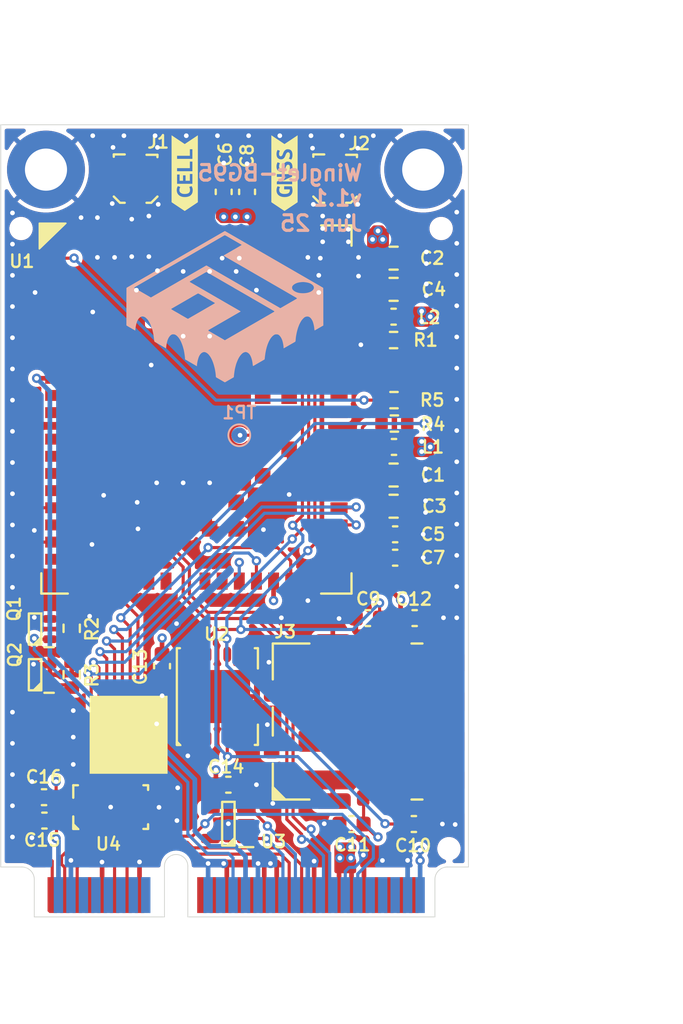
<source format=kicad_pcb>
(kicad_pcb (version 20241229) (generator "pcbnew") (generator_version "9.0")
  (title_block (title "${LAYER_NAME}") (date "2025-06-03") (rev "v1.1") (company "TL Embedded"))
  (layers (0 "F.Cu" signal) (4 "In1.Cu" signal) (6 "In2.Cu" signal) (2 "B.Cu" signal) (13 "F.Paste" user) (15 "B.Paste" user) (5 "F.SilkS" user "F.Silkscreen") (7 "B.SilkS" user "B.Silkscreen") (1 "F.Mask" user) (3 "B.Mask" user) (25 "Edge.Cuts" user))
  (property "LAYER_NAME" "")
  (net 0 "")
  (net 1 "/Modem/VBAT_BB")
  (net 2 "GND")
  (net 3 "/Modem/VBAT_RF")
  (net 4 "+1V8")
  (net 5 "/Memory/USIM_VDD")
  (net 6 "Net-(J1-SIGNAL)")
  (net 7 "Net-(J2-SIGNAL)")
  (net 8 "/Memory/USIM_DATA")
  (net 9 "/Memory/USIM_CLK")
  (net 11 "/Memory/USIM_RST")
  (net 12 "+BATT")
  (net 13 "/Connector/WAKE")
  (net 14 "+VDDIO")
  (net 15 "/Connector/GNSS_RX")
  (net 16 "/Connector/GNSS_TX")
  (net 18 "/Connector/TX")
  (net 19 "/Connector/RX")
  (net 24 "/Connector/RESET")
  (net 26 "/Connector/USB_VBUS")
  (net 29 "/Connector/DTR")
  (net 31 "/Connector/DCD")
  (net 32 "/Connector/USB_DM")
  (net 33 "/Connector/USB_DP")
  (net 34 "/Connector/NETLIGHT")
  (net 42 "/Connector/I2C_SCL")
  (net 43 "/Modem/MODEM_PSM_IND")
  (net 53 "/Modem/MODEM_PWRKEY")
  (net 55 "/Modem/MODEM_RESET")
  (net 59 "/Modem/MODEM_NETLIGHT")
  (net 65 "/Connector/I2C_SDA")
  (net 67 "/Modem/MODEM_DTR")
  (net 68 "/Modem/MODEM_RX")
  (net 69 "/Modem/MODEM_TX")
  (net 72 "/Modem/MODEM_DCD")
  (net 104 "Net-(U1A-USB_BOOT)")
  (net 105 "/Modem/MODEM_GNSS_RX")
  (net 106 "/Modem/MODEM_GNSS_TX")
  (net 112 "Net-(U4-B6)")
  (footprint "R_Resistor:R_0603" (layer "F.Cu") (at 75.2 63.8 180)
    (property "Reference" "R1")
    (property "Value" "10K" (hide yes))
  )
  (footprint "N_NonPart:ToolingHole_1mm" (layer "F.Cu") (at 78.25 56.65)
    (property "Reference" "N2" (hide yes))
    (property "Value" "ToolingHole" (hide yes))
  )
  (footprint "N_NonPart:QR_5mm_JLC" (layer "F.Cu") (at 58.2 89.1)
    (property "Reference" "N1" (hide yes))
    (property "Value" "QR 5mm" (hide yes))
  )
  (footprint "N_NonPart:ToolingHole_1mm" (layer "F.Cu") (at 51.3 56.65)
    (property "Reference" "N4" (hide yes))
    (property "Value" "ToolingHole" (hide yes))
  )
  (footprint "C_Capacitor:C_0603" (layer "F.Cu") (at 73.55 81.62 180)
    (property "Reference" "C9")
    (property "Value" "33p" (hide yes))
  )
  (footprint "L_Inductor:FB_0603" (layer "F.Cu") (at 75.225 70.65)
    (property "Reference" "L1")
    (property "Value" "MH1608-601Y" (hide yes))
  )
  (footprint "U_IC:WQFN20_05_4.5x2.5" (layer "F.Cu") (at 57.05 93.735 90)
    (property "Reference" "U4")
    (property "Value" "FXLA108BQX" (hide yes))
  )
  (footprint "kibuzzard-66AE0588" (layer "F.Cu") (at 61.8 53.1 90)
    (property "Reference" "kibuzzard-66AE0588" (hide yes))
    (property "Value" "G***" (hide yes))
  )
  (footprint "kibuzzard-66AE0582" (layer "F.Cu") (at 68.2 53.1 90)
    (property "Reference" "kibuzzard-66AE0582" (hide yes))
    (property "Value" "G***" (hide yes))
  )
  (footprint "L_Inductor:FB_0603" (layer "F.Cu") (at 75.2 62.3)
    (property "Reference" "L2")
    (property "Value" "MH1608-601Y" (hide yes))
  )
  (footprint "N_NonPart:PCIe-Mini" (layer "F.Cu") (at 65 97.575)
    (property "Reference" "N5" (hide yes))
    (property "Value" "PCIe-Mini" (hide yes))
    (fp_line (start -13.65 0) (end -15 0) (stroke (width 0.05)) (layer "Edge.Cuts"))
    (fp_line (start -12.85 3.2) (end -12.85 0.8) (stroke (width 0.05)) (layer "Edge.Cuts"))
    (fp_line (start -4.5 3.2) (end -12.85 3.2) (stroke (width 0.05)) (layer "Edge.Cuts"))
    (fp_line (start -4.5 3.2) (end -4.5 -0.05) (stroke (width 0.05)) (layer "Edge.Cuts"))
    (fp_line (start -3 3.2) (end -3 -0.05) (stroke (width 0.05)) (layer "Edge.Cuts"))
    (fp_line (start -3 3.2) (end 12.85 3.2) (stroke (width 0.05)) (layer "Edge.Cuts"))
    (fp_line (start 12.85 3.2) (end 12.85 0.8) (stroke (width 0.05)) (layer "Edge.Cuts"))
    (fp_line (start 15 0) (end 13.65 0) (stroke (width 0.05)) (layer "Edge.Cuts"))
    (fp_arc (start -13.65 0) (mid -13.084315 0.234315) (end -12.85 0.8) (stroke (width 0.05)) (layer "Edge.Cuts"))
    (fp_arc (start -4.5 -0.05) (mid -3.75 -0.8) (end -3 -0.05) (stroke (width 0.05)) (layer "Edge.Cuts"))
    (fp_arc (start 12.85 0.8) (mid 13.084315 0.234315) (end 13.65 0) (stroke (width 0.05)) (layer "Edge.Cuts"))
  )
  (footprint "C_Capacitor:C_0805" (layer "F.Cu") (at 75.2 74.45)
    (property "Reference" "C3")
    (property "Value" "47u,6.3V" (hide yes))
  )
  (footprint "C_Capacitor:C_0805" (layer "F.Cu") (at 75.2 72.45)
    (property "Reference" "C1")
    (property "Value" "47u,6.3V" (hide yes))
  )
  (footprint "C_Capacitor:C_0603" (layer "F.Cu") (at 75.3 77.75)
    (property "Reference" "C7")
    (property "Value" "33p" (hide yes))
  )
  (footprint "C_Capacitor:C_0603" (layer "F.Cu") (at 64.6 92.3)
    (property "Reference" "C14")
    (property "Value" "100n" (hide yes))
  )
  (footprint "J_Connector:A-1JB" (layer "F.Cu") (at 71.45 53.3 -90)
    (property "Reference" "J2")
    (property "Value" "2337019-1" (hide yes))
  )
  (footprint "U_Module:BG95" (layer "F.Cu") (at 62.55 68.25)
    (property "Reference" "U1")
    (property "Value" "BG95MxLA" (hide yes))
  )
  (footprint "U_IC:SC70-3" (layer "F.Cu") (at 52.2 85.25 180)
    (property "Reference" "Q2")
    (property "Value" "DMG1012UW-7" (hide yes))
  )
  (footprint "R_Resistor:R_0603" (layer "F.Cu") (at 54.55 85.25 90)
    (property "Reference" "R3")
    (property "Value" "100K" (hide yes))
  )
  (footprint "C_Capacitor:C_0603" (layer "F.Cu") (at 60.345 84.7 -90)
    (property "Reference" "C13")
    (property "Value" "100n" (hide yes))
  )
  (footprint "C_Capacitor:C_0805" (layer "F.Cu") (at 75.2 58.55)
    (property "Reference" "C2")
    (property "Value" "47u,6.3V" (hide yes))
  )
  (footprint "R_Resistor:R_0603" (layer "F.Cu") (at 75.225 67.65)
    (property "Reference" "R5")
    (property "Value" "0R" (hide yes))
  )
  (footprint "C_Capacitor:C_0603" (layer "F.Cu") (at 52.8 94.6 180)
    (property "Reference" "C15")
    (property "Value" "100n" (hide yes))
  )
  (footprint "C_Capacitor:C_0805" (layer "F.Cu") (at 75.2 60.55)
    (property "Reference" "C4")
    (property "Value" "47u,6.3V" (hide yes))
  )
  (footprint "U_IC:DFN8_127_5x6_EP" (layer "F.Cu") (at 63.895 86.65 90)
    (property "Reference" "U2")
    (property "Value" "MFF2-SIM" (hide yes))
  )
  (footprint "M_Mechanical:PTH_M2.5" (layer "F.Cu") (at 52.9 52.875)
    (property "Reference" "M1" (hide yes))
    (property "Value" "PTH_M2.5" (hide yes))
  )
  (footprint "C_Capacitor:C_0603" (layer "F.Cu") (at 52.775 93.1 180)
    (property "Reference" "C16")
    (property "Value" "100n" (hide yes))
  )
  (footprint "U_IC:SC70-3" (layer "F.Cu") (at 52.2 82.325 180)
    (property "Reference" "Q1")
    (property "Value" "DMG1012UW-7" (hide yes))
  )
  (footprint "C_Capacitor:C_0603" (layer "F.Cu") (at 76.55 81.62)
    (property "Reference" "C12")
    (property "Value" "100n" (hide yes))
  )
  (footprint "J_Connector:1042240820" (layer "F.Cu") (at 73.25 88.25 90)
    (property "Reference" "J3")
    (property "Value" "1042240820" (hide yes))
  )
  (footprint "U_IC:SOT23_5" (layer "F.Cu") (at 64.6 94.8 180)
    (property "Reference" "U3")
    (property "Value" "24AA01T-I/OT" (hide yes))
  )
  (footprint "C_Capacitor:C_0603" (layer "F.Cu") (at 65.8 54.3 90)
    (property "Reference" "C8")
    (property "Value" "33p" (hide yes))
  )
  (footprint "C_Capacitor:C_0603" (layer "F.Cu") (at 76.5 94.82)
    (property "Reference" "C10")
    (property "Value" "33p" (hide yes))
  )
  (footprint "C_Capacitor:C_0603" (layer "F.Cu") (at 75.3 76.25)
    (property "Reference" "C5")
    (property "Value" "100n" (hide yes))
  )
  (footprint "C_Capacitor:C_0603" (layer "F.Cu") (at 72.5 94.82 180)
    (property "Reference" "C11")
    (property "Value" "33p" (hide yes))
  )
  (footprint "R_Resistor:R_0603" (layer "F.Cu") (at 75.25 69.15)
    (property "Reference" "R4")
    (property "Value" "0R" (hide yes))
  )
  (footprint "J_Connector:A-1JB" (layer "F.Cu") (at 58.65 53.3 -90)
    (property "Reference" "J1")
    (property "Value" "2337019-1" (hide yes))
  )
  (footprint "M_Mechanical:PTH_M2.5" (layer "F.Cu") (at 77.1 52.875)
    (property "Reference" "M2" (hide yes))
    (property "Value" "PTH_M2.5" (hide yes))
  )
  (footprint "N_NonPart:ToolingHole_1mm" (layer "F.Cu") (at 78.75 96.4)
    (property "Reference" "N3" (hide yes))
    (property "Value" "ToolingHole" (hide yes))
  )
  (footprint "R_Resistor:R_0603" (layer "F.Cu") (at 54.55 82.275 90)
    (property "Reference" "R2")
    (property "Value" "100K" (hide yes))
  )
  (footprint "C_Capacitor:C_0603" (layer "F.Cu") (at 64.3 54.3 90)
    (property "Reference" "C6")
    (property "Value" "100n" (hide yes))
  )
  (footprint "N_NonPart:TL_Embedded_10mm" (layer "B.Cu") (at 64.35 61.65 180)
    (property "Reference" "~" (hide yes))
    (property "Value" "TL_Embedded" (hide yes))
  )
  (footprint "TP_TestPoint:TestPoint_1mm" (layer "B.Cu") (at 65.3 69.9 180)
    (property "Reference" "TP1")
    (property "Value" "~" (hide yes))
  )
  (gr_line (start 80 97.575) (end 80 50) (stroke (width 0.05)) (layer "Edge.Cuts"))
  (gr_line (start 50 97.575) (end 50 50) (stroke (width 0.05)) (layer "Edge.Cuts"))
  (gr_line (start 80 50) (end 50 50) (stroke (width 0.05)) (layer "Edge.Cuts"))
  (gr_text "Winglet-BG95\nv1.1\nJun 25" (at 73.3 56.9 0) (layer "B.SilkS") (effects (font (size 1 1) (thickness 0.2) (bold yes)) (justify left bottom mirror)))
  (segment (start 61.15 94.6) (end 61.3 94.6) (width 0.2) (layer "F.Cu") (net 2))
  (segment (start 61.13 94.58) (end 61.15 94.6) (width 0.2) (layer "F.Cu") (net 2))
  (segment (start 60 60.6) (end 60 62.3) (width 0.3) (layer "F.Cu") (net 2))
  (segment (start 56.5 97.264216) (end 56.492892 97.257108) (width 0.3) (layer "F.Cu") (net 2))
  (segment (start 63.45 95.75) (end 63.65 95.75) (width 0.2) (layer "F.Cu") (net 2))
  (segment (start 59.885 93.485) (end 59.185 93.485) (width 0.2) (layer "F.Cu") (net 2))
  (segment (start 67.7 97.35) (end 67.7 99.5) (width 0.3) (layer "F.Cu") (net 2))
  (segment (start 61.7 60.6) (end 61.7 62.3) (width 0.3) (layer "F.Cu") (net 2))
  (segment (start 67.3 97.35) (end 67.421251 97.471251) (width 0.3) (layer "F.Cu") (net 2))
  (segment (start 56.5 99.375) (end 56.5 97.264216) (width 0.3) (layer "F.Cu") (net 2))
  (segment (start 60 60.6) (end 65.1 60.6) (width 0.3) (layer "F.Cu") (net 2))
  (segment (start 60.15 93.75) (end 59.885 93.485) (width 0.2) (layer "F.Cu") (net 2))
  (segment (start 70.1 97.2) (end 70.1 97.575) (width 0.3) (layer "F.Cu") (net 2))
  (segment (start 63.4 60.6) (end 63.4 62.3) (width 0.3) (layer "F.Cu") (net 2))
  (segment (start 70.9 97.35) (end 70.9 99.375) (width 0.3) (layer "F.Cu") (net 2))
  (segment (start 60 74.2) (end 63.4 74.2) (width 0.3) (layer "F.Cu") (net 2))
  (segment (start 57.3 93.985) (end 57.05 93.735) (width 0.2) (layer "F.Cu") (net 2))
  (segment (start 73.3 97.35) (end 73.3 99.4) (width 0.3) (layer "F.Cu") (net 2))
  (segment (start 61.99 90.44) (end 62 90.45) (width 0.2) (layer "F.Cu") (net 2))
  (segment (start 59.185 93.485) (end 57.3 93.485) (width 0.2) (layer "F.Cu") (net 2))
  (segment (start 56.6 70.8) (end 56.6 72.5) (width 0.3) (layer "F.Cu") (net 2))
  (segment (start 64.5 97.55) (end 64.3 97.35) (width 0.3) (layer "F.Cu") (net 2))
  (segment (start 60 62.3) (end 63.4 62.3) (width 0.3) (layer "F.Cu") (net 2))
  (segment (start 70.8 94.8) (end 70.75 94.8) (width 0.2) (layer "F.Cu") (net 2))
  (segment (start 61.99 89.35) (end 61.99 87.71) (width 0.2) (layer "F.Cu") (net 2))
  (segment (start 60 75.9) (end 65.1 75.9) (width 0.3) (layer "F.Cu") (net 2))
  (segment (start 61.7 74.2) (end 61.7 75.9) (width 0.3) (layer "F.Cu") (net 2))
  (segment (start 58.9 99.45) (end 58.9 97.25) (width 0.3) (layer "F.Cu") (net 2))
  (segment (start 60 75.9) (end 60 74.2) (width 0.3) (layer "F.Cu") (net 2))
  (segment (start 57.3 93.485) (end 57.05 93.735) (width 0.2) (layer "F.Cu") (net 2))
  (segment (start 68.5 70.8) (end 68.5 72.5) (width 0.3) (layer "F.Cu") (net 2))
  (segment (start 64.5 99.4) (end 64.5 97.55) (width 0.3) (layer "F.Cu") (net 2))
  (segment (start 66.9 99.375) (end 66.9 97.35) (width 0.3) (layer "F.Cu") (net 2))
  (segment (start 63.4 74.2) (end 63.4 75.9) (width 0.3) (layer "F.Cu") (net 2))
  (segment (start 70.82 94.82) (end 70.8 94.8) (width 0.2) (layer "F.Cu") (net 2))
  (segment (start 59.185 93.985) (end 57.3 93.985) (width 0.2) (layer "F.Cu") (net 2))
  (segment (start 70.1 99.5) (end 70.1 97.2) (width 0.3) (layer "F.Cu") (net 2))
  (segment (start 60.15 93.75) (end 59.915 93.985) (width 0.2) (layer "F.Cu") (net 2))
  (segment (start 59.915 93.985) (end 59.185 93.985) (width 0.2) (layer "F.Cu") (net 2))
  (via (at 52.15 81.575) (size 0.6) (drill 0.3) (layers "F.Cu" "B.Cu") (net 2))
  (via (at 77.3 58.15) (size 0.6) (drill 0.3) (layers "F.Cu" "B.Cu") (net 2))
  (via (at 77.25 72.05) (size 0.6) (drill 0.3) (layers "F.Cu" "B.Cu") (net 2))
  (via (at 79.25 81.6) (size 0.6) (drill 0.3) (layers "F.Cu" "B.Cu") (net 2))
  (via (at 64.3 52.45) (size 0.6) (drill 0.3) (layers "F.Cu" "B.Cu") (net 2))
  (via (at 77.3 60.2) (size 0.6) (drill 0.3) (layers "F.Cu" "B.Cu") (net 2))
  (via (at 77.1 77.75) (size 0.6) (drill 0.3) (layers "F.Cu" "B.Cu") (net 2))
  (via (at 64.2 58.55) (size 0.6) (drill 0.3) (layers "F.Cu" "B.Cu") (net 2))
  (via (at 54.65 89.25) (size 0.6) (drill 0.3) (layers "F.Cu" "B.Cu") (net 2))
  (via (at 54.65 87.55) (size 0.6) (drill 0.3) (layers "F.Cu" "B.Cu") (net 2))
  (via (at 50.75 61.65) (size 0.6) (drill 0.3) (layers "F.Cu" "B.Cu") (net 2))
  (via (at 79.25 71.6) (size 0.6) (drill 0.3) (layers "F.Cu" "B.Cu") (net 2))
  (via (at 50.75 69.65) (size 0.6) (drill 0.3) (layers "F.Cu" "B.Cu") (net 2))
  (via (at 60.05 51.45) (size 0.6) (drill 0.3) (layers "F.Cu" "B.Cu") (net 2))
  (via (at 62 90.45) (size 0.6) (drill 0.3) (layers "F.Cu" "B.Cu") (net 2))
  (via (at 70.4 59.65) (size 0.6) (drill 0.3) (layers "F.Cu" "B.Cu") (net 2))
  (via (at 73.258578 96.808578) (size 0.6) (drill 0.3) (layers "F.Cu" "B.Cu") (net 2))
  (via (at 70.65 57.5) (size 0.6) (drill 0.3) (layers "F.Cu" "B.Cu") (net 2))
  (via (at 79.25 55.6) (size 0.6) (drill 0.3) (layers "F.Cu" "B.Cu") (net 2))
  (via (at 76.1 97.15) (size 0.6) (drill 0.3) (layers "F.Cu" "B.Cu") (net 2))
  (via (at 59.65 65.4) (size 0.6) (drill 0.3) (layers "F.Cu" "B.Cu") (net 2))
  (via (at 63.4 63.55) (size 0.6) (drill 0.3) (layers "F.Cu" "B.Cu") (net 2))
  (via (at 63.3 97.35) (size 0.6) (drill 0.3) (layers "F.Cu" "B.Cu") (net 2))
  (via (at 55.15 55.95) (size 0.6) (drill 0.3) (layers "F.Cu" "B.Cu") (net 2))
  (via (at 50.75 63.65) (size 0.6) (drill 0.3) (layers "F.Cu" "B.Cu") (net 2))
  (via (at 59.9 50.7) (size 0.6) (drill 0.3) (layers "F.Cu" "B.Cu") (net 2))
  (via (at 50.75 89.65) (size 0.6) (drill 0.3) (layers "F.Cu" "B.Cu") (net 2))
  (via (at 68 81.6) (size 0.6) (drill 0.3) (layers "F.Cu" "B.Cu") (net 2))
  (via (at 64.6 94.8) (size 0.6) (drill 0.3) (layers "F.Cu" "B.Cu") (net 2))
  (via (at 50.75 57.65) (size 0.6) (drill 0.3) (layers "F.Cu" "B.Cu") (net 2))
  (via (at 59.5 58.45) (size 0.6) (drill 0.3) (layers "F.Cu" "B.Cu") (net 2))
  (via (at 55.9 62) (size 0.6) (drill 0.3) (layers "F.Cu" "B.Cu") (net 2))
  (via (at 55.7 81.5) (size 0.6) (drill 0.3) (layers "F.Cu" "B.Cu") (net 2))
  (via (at 79.25 75.6) (size 0.6) (drill 0.3) (layers "F.Cu" "B.Cu") (net 2))
  (via (at 66.4 92.3) (size 0.6) (drill 0.3) (layers "F.Cu" "B.Cu") (net 2))
  (via (at 54.5 97.15) (size 0.6) (drill 0.3) (layers "F.Cu" "B.Cu") (net 2))
  (via (at 70.4 60.75) (size 0.6) (drill 0.3) (layers "F.Cu" "B.Cu") (net 2))
  (via (at 77.25 74.1) (size 0.6) (drill 0.3) (layers "F.Cu" "B.Cu") (net 2))
  (via (at 79.25 77.6) (size 0.6) (drill 0.3) (layers "F.Cu" "B.Cu") (net 2))
  (via (at 74.482872 97.158028) (size 0.6) (drill 0.3) (layers "F.Cu" "B.Cu") (net 2))
  (via (at 58.8 75.9) (size 0.6) (drill 0.3) (layers "F.Cu" "B.Cu") (net 2))
  (via (at 60 88.4) (size 0.6) (drill 0.3) (layers "F.Cu" "B.Cu") (net 2))
  (via (at 77.3 60.95) (size 0.6) (drill 0.3) (layers "F.Cu" "B.Cu") (net 2))
  (via (at 57.3 58.5) (size 0.6) (drill 0.3) (layers "F.Cu" "B.Cu") (net 2))
  (via (at 52 92.1) (size 0.6) (drill 0.3) (layers "F.Cu" "B.Cu") (net 2))
  (via (at 72.95 59.7) (size 0.6) (drill 0.3) (layers "F.Cu" "B.Cu") (net 2))
  (via (at 77.3 58.9) (size 0.6) (drill 0.3) (layers "F.Cu" "B.Cu") (net 2))
  (via (at 50.75 95.65) (size 0.6) (drill 0.3) (layers "F.Cu" "B.Cu") (net 2))
  (via (at 67.45 93.5) (size 0.6) (drill 0.3) (layers "F.Cu" "B.Cu") (net 2))
  (via (at 61.7 63.55) (size 0.6) (drill 0.3) (layers "F.Cu" "B.Cu") (net 2))
  (via (at 66.4 60.6) (size 0.6) (drill 0.3) (layers "F.Cu" "B.Cu") (net 2))
  (via (at 61.9 50.7) (size 0.6) (drill 0.3) (layers "F.Cu" "B.Cu") (net 2))
  (via (at 67.1 88.45) (size 0.6) (drill 0.3) (layers "F.Cu" "B.Cu") (net 2))
  (via (at 56.6 73.75) (size 0.6) (drill 0.3) (layers "F.Cu" "B.Cu") (net 2))
  (via (at 63.4 72.95) (size 0.6) (drill 0.3) (layers "F.Cu" "B.Cu") (net 2))
  (via (at 79.25 73.6) (size 0.6) (drill 0.3) (layers "F.Cu" "B.Cu") (net 2))
  (via (at 79.25 63.6) (size 0.6) (drill 0.3) (layers "F.Cu" "B.Cu") (net 2))
  (via (at 61.7 59.4) (size 0.6) (drill 0.3) (layers "F.Cu" "B.Cu") (net 2))
  (via (at 58.4 58.45) (size 0.6) (drill 0.3) (layers "F.Cu" "B.Cu") (net 2))
  (via (at 57.05 93.735) (size 0.6) (drill 0.3) (layers "F.Cu" "B.Cu") (net 2))
  (via (at 60.1 55.1) (size 0.6) (drill 0.3) (layers "F.Cu" "B.Cu") (net 2))
  (via (at 50.75 73.65) (size 0.6) (drill 0.3) (layers "F.Cu" "B.Cu") (net 2))
  (via (at 70 51.5) (size 0.6) (drill 0.3) (layers "F.Cu" "B.Cu") (net 2))
  (via (at 50.75 71.65) (size 0.6) (drill 0.3) (layers "F.Cu" "B.Cu") (net 2))
  (via (at 52 95.7) (size 0.6) (drill 0.3) (layers "F.Cu" "B.Cu") (net 2))
  (via (at 77.25 72.8) (size 0.6) (drill 0.3) (layers "F.Cu" "B.Cu") (net 2))
  (via (at 50.75 79.65) (size 0.6) (drill 0.3) (layers "F.Cu" "B.Cu") (net 2))
  (via (at 79.25 79.6) (size 0.6) (drill 0.3) (layers "F.Cu" "B.Cu") (net 2))
  (via (at 55.85 76.9) (size 0.6) (drill 0.3) (layers "F.Cu" "B.Cu") (net 2))
  (via (at 61.7 72.95) (size 0.6) (drill 0.3) (layers "F.Cu" "B.Cu") (net 2))
  (via (at 71.7 81.65) (size 0.6) (drill 0.3) (layers "F.Cu" "B.Cu") (net 2))
  (via (at 58.75 74.2) (size 0.6) (drill 0.3) (layers "F.Cu" "B.Cu") (net 2))
  (via (at 58.4 56.05) (size 0.6) (drill 0.3) (layers "F.Cu" "B.Cu") (net 2))
  (via (at 63.4 59.4) (size 0.6) (drill 0.3) (layers "F.Cu" "B.Cu") (net 2))
  (via (at 60.05 59.35) (size 0.6) (drill 0.3) (layers "F.Cu" "B.Cu") (net 2))
  (via (at 54.65 91) (size 0.6) (drill 0.3) (layers "F.Cu" "B.Cu") (net 2))
  (via (at 79.25 59.6) (size 0.6) (drill 0.3) (layers "F.Cu" "B.Cu") (net 2))
  (via (at 72.9 51.5) (size 0.6) (drill 0.3) (layers "F.Cu" "B.Cu") (net 2))
  (via (at 50.75 75.65) (size 0.6) (drill 0.3) (layers "F.Cu" "B.Cu") (net 2))
  (via (at 79.15 94.85) (size 0.6) (drill 0.3) (layers "F.Cu" "B.Cu") (net 2))
  (via (at 66.508334 97.35) (size 0.6) (drill 0.3) (layers "F.Cu" "B.Cu") (net 2))
  (via (at 77.25 74.85) (size 0.6) (drill 0.3) (layers "F.Cu" "B.Cu") (net 2))
  (via (at 56.2 55.95) (size 0.6) (drill 0.3) (layers "F.Cu" "B.Cu") (net 2))
  (via (at 79.25 61.6) (size 0.6) (drill 0.3) (layers "F.Cu" "B.Cu") (net 2))
  (via (at 50.75 67.65) (size 0.6) (drill 0.3) (layers "F.Cu" "B.Cu") (net 2))
  (via (at 79.25 69.6) (size 0.6) (drill 0.3) (layers "F.Cu" "B.Cu") (net 2))
  (via (at 70.5 58.55) (size 0.6) (drill 0.3) (layers "F.Cu" "B.Cu") (net 2))
  (via (at 69.9 50.7) (size 0.6) (drill 0.3) (layers "F.Cu" "B.Cu") (net 2))
  (via (at 57.15 55.05) (size 0.6) (drill 0.3) (layers "F.Cu" "B.Cu") (net 2))
  (via (at 50.75 65.65) (size 0.6) (drill 0.3) (layers "F.Cu" "B.Cu") (net 2))
  (via (at 50.75 87.65) (size 0.6) (drill 0.3) (layers "F.Cu" "B.Cu") (net 2))
  (via (at 61.275353 81.975354) (size 0.6) (drill 0.3) (layers "F.Cu" "B.Cu") (net 2))
  (via (at 73.9 50.7) (size 0.6) (drill 0.3) (layers "F.Cu" "B.Cu") (net 2))
  (via (at 65.8 52.5) (size 0.6) (drill 0.3) (layers "F.Cu" "B.Cu") (net 2))
  (via (at 78.4 81.6) (size 0.6) (drill 0.3) (layers "F.Cu" "B.Cu") (net 2))
  (via (at 61.35 92.5) (size 0.6) (drill 0.3) (layers "F.Cu" "B.Cu") (net 2))
  (via (at 78.33 94.82) (size 0.6) (drill 0.3) (layers "F.Cu" "B.Cu") (net 2))
  (via (at 65.1 59.4) (size 0.6) (drill 0.3) (layers "F.Cu" "B.Cu") (net 2))
  (via (at 61.3 94.6) (size 0.6) (drill 0.3) (layers "F.Cu" "B.Cu") (net 2))
  (via (at 79.25 67.6) (size 0.6) (drill 0.3) (layers "F.Cu" "B.Cu") (net 2))
  (via (at 56.492892 97.257108) (size 0.6) (drill 0.3) (layers "F.Cu" "B.Cu") (net 2))
  (via (at 58.7 60.6) (size 0.6) (drill 0.3) (layers "F.Cu" "B.Cu") (net 2))
  (via (at 79.25 57.6) (size 0.6) (drill 0.3) (layers "F.Cu" "B.Cu") (net 2))
  (via (at 70.1 97.2) (size 0.6) (drill 0.3) (layers "F.Cu" "B.Cu") (net 2))
  (via (at 67.3 97.35) (size 0.6) (drill 0.3) (layers "F.Cu" "B.Cu") (net 2))
  (via (at 59.5 55.85) (size 0.6) (drill 0.3) (layers "F.Cu" "B.Cu") (net 2))
  (via (at 79.25 65.6) (size 0.6) (drill 0.3) (layers "F.Cu" "B.Cu") (net 2))
  (via (at 72.3 55.85) (size 0.6) (drill 0.3) (layers "F.Cu" "B.Cu") (net 2))
  (via (at 72.9 55.1) (size 0.6) (drill 0.3) (layers "F.Cu" "B.Cu") (net 2))
  (via (at 55.9 50.7) (size 0.6) (drill 0.3) (layers "F.Cu" "B.Cu") (net 2))
  (via (at 63.9 50.7) (size 0.6) (drill 0.3) (layers "F.Cu" "B.Cu") (net 2))
  (via (at 65.3 58.55) (size 0.6) (drill 0.3) (layers "F.Cu" "B.Cu") (net 2))
  (via (at 56.2 58.5) (size 0.6) (drill 0.3) (layers "F.Cu" "B.Cu") (net 2))
  (via (at 72.3 56.7) (size 0.6) (drill 0.3) (layers "F.Cu" "B.Cu") (net 2))
  (via (at 70.75 94.8) (size 0.6) (drill 0.3) (layers "F.Cu" "B.Cu") (net 2))
  (via (at 68.5 73.7) (size 0.6) (drill 0.3) (layers "F.Cu" "B.Cu") (net 2))
  (via (at 64.3 97.35) (size 0.6) (drill 0.3) (layers "F.Cu" "B.Cu") (net 2))
  (via (at 70.65 56.65) (size 0.6) (drill 0.3) (layers "F.Cu" "B.Cu") (net 2))
  (via (at 69.7 80.5) (size 0.6) (drill 0.3) (layers "F.Cu" "B.Cu") (net 2))
  (via (at 52.2 60.75) (size 0.6) (drill 0.3) (layers "F.Cu" "B.Cu") (net 2))
  (via (at 60 72.95) (size 0.6) (drill 0.3) (layers "F.Cu" "B.Cu") (net 2))
  (via (at 50.75 59.65) (size 0.6) (drill 0.3) (layers "F.Cu" "B.Cu") (net 2))
  (via (at 50.75 77.65) (size 0.6) (drill 0.3) (layers "F.Cu" "B.Cu") (net 2))
  (via (at 57.9 50.7) (size 0.6) (drill 0.3) (layers "F.Cu" "B.Cu") (net 2))
  (via (at 66.85 75.95) (size 0.6) (drill 0.3) (layers "F.Cu" "B.Cu") (net 2))
  (via (at 50.75 55.65) (size 0.6) (drill 0.3) (layers "F.Cu" "B.Cu") (net 2))
  (via (at 67.9 50.7) (size 0.6) (drill 0.3) (layers "F.Cu" "B.Cu") (net 2))
  (via (at 52.1 84.575) (size 0.6) (drill 0.3) (layers "F.Cu" "B.Cu") (net 2))
  (via (at 60.15 93.75) (size 0.6) (drill 0.3) (layers "F.Cu" "B.Cu") (net 2))
  (via (at 73.1 64.1) (size 0.6) (drill 0.3) (layers "F.Cu" "B.Cu") (net 2))
  (via (at 72.3 57.5) (size 0.6) (drill 0.3) (layers "F.Cu" "B.Cu") (net 2))
  (via (at 50.75 91.65) (size 0.6) (drill 0.3) (layers "F.Cu" "B.Cu") (net 2))
  (via (at 69.7 58.5) (size 0.6) (drill 0.3) (layers "F.Cu" "B.Cu") (net 2))
  (via (at 58.9 97.25) (size 0.6) (drill 0.3) (layers "F.Cu" "B.Cu") (net 2))
  (via (at 57.2 51.45) (size 0.6) (drill 0.3) (layers "F.Cu" "B.Cu") (net 2))
  (via (at 50.75 93.65) (size 0.6) (drill 0.3) (layers "F.Cu" "B.Cu") (net 2))
  (via (at 65.9 50.7) (size 0.6) (drill 0.3) (layers "F.Cu" "B.Cu") (net 2))
  (via (at 60.35 86.6) (size 0.6) (drill 0.3) (layers "F.Cu" "B.Cu") (net 2))
  (via (at 70.05 55.1) (size 0.6) (drill 0.3) (layers "F.Cu" "B.Cu") (net 2))
  (via (at 52.15 76) (size 0.6) (drill 0.3) (layers "F.Cu" "B.Cu") (net 2))
  (via (at 70.65 55.85) (size 0.6) (drill 0.3) (layers "F.Cu" "B.Cu") (net 2))
  (via (at 77.1 76.25) (size 0.6) (drill 0.3) (layers "F.Cu" "B.Cu") (net 2))
  (via (at 67.2 84.45) (size 0.6) (drill 0.3) (layers "F.Cu" "B.Cu") (net 2))
  (via (at 71.9 50.7) (size 0.6) (drill 0.3) (layers "F.Cu" "B.Cu") (net 2))
  (via (at 72.95 58.5) (size 0.6) (drill 0.3) (layers "F.Cu" "B.Cu") (net 2))
  (segment (start 72.349 97.601) (end 72.1 97.85) (width 0.2) (layer "B.Cu") (net 2))
  (segment (start 69.7 97.4) (end 69.7 99.375) (width 0.3) (layer "B.Cu") (net 2))
  (segment (start 63.3 97.35) (end 63.3 99.4) (width 0.3) (layer "B.Cu") (net 2))
  (segment (start 73.258578 96.808578) (end 73.141422 96.808578) (width 0.2) (layer "B.Cu") (net 2))
  (segment (start 66.5 97.358334) (end 66.508334 97.35) (width 0.3) (layer "B.Cu") (net 2))
  (segment (start 73.258578 97.041365) (end 72.698943 97.601) (width 0.2) (layer "B.Cu") (net 2))
  (segment (start 72.698943 97.601) (end 72.349 97.601) (width 0.2) (layer "B.Cu") (net 2))
  (segment (start 73.141422 96.808578) (end 73.258578 96.925734) (width 0.2) (layer "B.Cu") (net 2))
  (segment (start 72.1 97.85) (end 72.1 99.375) (width 0.2) (layer "B.Cu") (net 2))
  (segment (start 76.1 99.45) (end 76.1 97.15) (width 0.3) (layer "B.Cu") (net 2))
  (segment (start 54.5 97.15) (end 54.5 99.5) (width 0.3) (layer "B.Cu") (net 2))
  (segment (start 73.258578 96.925734) (end 73.258578 97.041365) (width 0.2) (layer "B.Cu") (net 2))
  (segment (start 66.5 99.4875) (end 66.5 97.358334) (width 0.3) (layer "B.Cu") (net 2))
  (via (at 74.2 56.8) (size 0.6) (drill 0.3) (layers "F.Cu" "B.Cu") (net 3))
  (via (at 74.5 57.35) (size 0.6) (drill 0.3) (layers "F.Cu" "B.Cu") (net 3))
  (via (at 73.85 57.35) (size 0.6) (drill 0.3) (layers "F.Cu" "B.Cu") (net 3))
  (via (at 64.3 55.9) (size 0.6) (drill 0.3) (layers "F.Cu" "B.Cu") (net 3))
  (via (at 65.8 55.9) (size 0.6) (drill 0.3) (layers "F.Cu" "B.Cu") (net 3))
  (via (at 65.05 55.9) (size 0.6) (drill 0.3) (layers "F.Cu" "B.Cu") (net 3))
  (segment (start 53.55 93.1) (end 53.55 92.1) (width 0.2) (layer "F.Cu") (net 4))
  (segment (start 67.5 79.25) (end 67.5 80.5) (width 0.3) (layer "F.Cu") (net 4))
  (segment (start 54.915 93.485) (end 53.935 93.485) (width 0.2) (layer "F.Cu") (net 4))
  (segment (start 53.935 93.485) (end 53.55 93.1) (width 0.2) (layer "F.Cu") (net 4))
  (via (at 53.55 92.1) (size 0.6) (drill 0.3) (layers "F.Cu" "B.Cu") (net 4))
  (via (at 67.5 80.5) (size 0.6) (drill 0.3) (layers "F.Cu" "B.Cu") (net 4))
  (segment (start 70.6 65.5) (end 70.95 65.15) (width 0.3) (layer "F.Cu") (net 5))
  (segment (start 75.65 83.35) (end 75.65 80.45) (width 0.3) (layer "F.Cu") (net 5))
  (segment (start 71.55 79.4) (end 70.6 78.45) (width 0.3) (layer "F.Cu") (net 5))
  (segment (start 60.37 83.95) (end 60.345 83.925) (width 0.2) (layer "F.Cu") (net 5))
  (segment (start 60.345 82.905) (end 60.35 82.9) (width 0.2) (layer "F.Cu") (net 5))
  (segment (start 60.345 83.925) (end 60.345 82.905) (width 0.3) (layer "F.Cu") (net 5))
  (segment (start 74.6 79.4) (end 71.55 79.4) (width 0.3) (layer "F.Cu") (net 5))
  (segment (start 75.65 80.45) (end 74.6 79.4) (width 0.3) (layer "F.Cu") (net 5))
  (segment (start 61.99 83.95) (end 60.37 83.95) (width 0.2) (layer "F.Cu") (net 5))
  (segment (start 76.025 63.8) (end 74.675 65.15) (width 0.2) (layer "F.Cu") (net 5))
  (segment (start 70.95 65.15) (end 71.7 65.15) (width 0.3) (layer "F.Cu") (net 5))
  (segment (start 74.675 65.15) (end 71.7 65.15) (width 0.2) (layer "F.Cu") (net 5))
  (segment (start 70.6 78.45) (end 70.6 65.5) (width 0.3) (layer "F.Cu") (net 5))
  (via (at 75.65 80.45) (size 0.6) (drill 0.3) (layers "F.Cu" "B.Cu") (net 5))
  (via (at 60.35 82.9) (size 0.6) (drill 0.3) (layers "F.Cu" "B.Cu") (net 5))
  (segment (start 57.3 57.25) (end 57.3 56.1) (width 0.35) (layer "F.Cu") (net 6))
  (segment (start 57.3 56.1) (end 58.6 54.8) (width 0.35) (layer "F.Cu") (net 6))
  (segment (start 71.45 54.8) (end 71.45 58.55) (width 0.35) (layer "F.Cu") (net 7))
  (segment (start 73.275 93.175) (end 73.25 93.15) (width 0.2) (layer "F.Cu") (net 8))
  (segment (start 64.55 90.5) (end 64.53 90.48) (width 0.2) (layer "F.Cu") (net 8))
  (segment (start 74.2 95.65) (end 74.105 95.65) (width 0.2) (layer "F.Cu") (net 8))
  (segment (start 73.525 62.95) (end 74.375 63.8) (width 0.2) (layer "F.Cu") (net 8))
  (segment (start 68.7 76.55) (end 69.75 75.5) (width 0.2) (layer "F.Cu") (net 8))
  (segment (start 69.75 75.5) (end 69.75 63.9) (width 0.2) (layer "F.Cu") (net 8))
  (segment (start 73.275 94.82) (end 73.275 93.175) (width 0.2) (layer "F.Cu") (net 8))
  (segment (start 70.7 62.95) (end 71.7 62.95) (width 0.2) (layer "F.Cu") (net 8))
  (segment (start 74.105 95.65) (end 73.275 94.82) (width 0.2) (layer "F.Cu") (net 8))
  (segment (start 64.53 90.48) (end 64.53 89.35) (width 0.2) (layer "F.Cu") (net 8))
  (segment (start 71.7 62.95) (end 73.525 62.95) (width 0.2) (layer "F.Cu") (net 8))
  (segment (start 69.75 63.9) (end 70.7 62.95) (width 0.2) (layer "F.Cu") (net 8))
  (via (at 74.2 95.65) (size 0.6) (drill 0.3) (layers "F.Cu" "B.Cu") (net 8))
  (via (at 64.55 90.5) (size 0.6) (drill 0.3) (layers "F.Cu" "B.Cu") (net 8))
  (via (at 68.7 76.55) (size 0.6) (drill 0.3) (layers "F.Cu" "B.Cu") (net 8))
  (segment (start 63.8 81.45) (end 63.8 89.75) (width 0.2) (layer "B.Cu") (net 8))
  (segment (start 74.2 95.65) (end 69.05 90.5) (width 0.2) (layer "B.Cu") (net 8))
  (segment (start 68.7 76.55) (end 63.8 81.45) (width 0.2) (layer "B.Cu") (net 8))
  (segment (start 63.8 89.75) (end 64.55 90.5) (width 0.2) (layer "B.Cu") (net 8))
  (segment (start 69.05 90.5) (end 64.55 90.5) (width 0.2) (layer "B.Cu") (net 8))
  (segment (start 69.35 63.1) (end 70.6 61.85) (width 0.2) (layer "F.Cu") (net 9))
  (segment (start 64.5 82.95) (end 64.5 83.92) (width 0.2) (layer "F.Cu") (net 9))
  (segment (start 74.67 94.82) (end 75.725 94.82) (width 0.2) (layer "F.Cu") (net 9))
  (segment (start 68.726089 75.676089) (end 69.35 75.052178) (width 0.2) (layer "F.Cu") (net 9))
  (segment (start 74.65 94.8) (end 74.67 94.82) (width 0.2) (layer "F.Cu") (net 9))
  (segment (start 75.65 94.745) (end 75.725 94.82) (width 0.2) (layer "F.Cu") (net 9))
  (segment (start 75.65 93.15) (end 75.65 94.745) (width 0.2) (layer "F.Cu") (net 9))
  (segment (start 70.6 61.85) (end 71.7 61.85) (width 0.2) (layer "F.Cu") (net 9))
  (segment (start 69.35 75.052178) (end 69.35 63.1) (width 0.2) (layer "F.Cu") (net 9))
  (via (at 68.726089 75.676089) (size 0.6) (drill 0.3) (layers "F.Cu" "B.Cu") (net 9))
  (via (at 64.5 82.95) (size 0.6) (drill 0.3) (layers "F.Cu" "B.Cu") (net 9))
  (via (at 74.65 94.8) (size 0.6) (drill 0.3) (layers "F.Cu" "B.Cu") (net 9))
  (segment (start 74.65 94.8) (end 64.5 84.65) (width 0.2) (layer "B.Cu") (net 9))
  (segment (start 64.5 81.598529) (end 69.376089 76.72244) (width 0.2) (layer "B.Cu") (net 9))
  (segment (start 69.376089 76.326089) (end 68.726089 75.676089) (width 0.2) (layer "B.Cu") (net 9))
  (segment (start 69.376089 76.72244) (end 69.376089 76.326089) (width 0.2) (layer "B.Cu") (net 9))
  (segment (start 64.5 84.65) (end 64.5 82.95) (width 0.2) (layer "B.Cu") (net 9))
  (segment (start 64.5 82.95) (end 64.5 81.598529) (width 0.2) (layer "B.Cu") (net 9))
  (segment (start 74.3 80.65) (end 74.3 81.595) (width 0.2) (layer "F.Cu") (net 11))
  (segment (start 70.15 76.85) (end 69.7 77.3) (width 0.2) (layer "F.Cu") (net 11))
  (segment (start 71.7 64.05) (end 70.85 64.05) (width 0.2) (layer "F.Cu") (net 11))
  (segment (start 70.85 64.05) (end 70.15 64.75) (width 0.2) (layer "F.Cu") (net 11))
  (segment (start 74.3 83.2) (end 74.45 83.35) (width 0.2) (layer "F.Cu") (net 11))
  (segment (start 63.25 83.94) (end 63.26 83.95) (width 0.2) (layer "F.Cu") (net 11))
  (segment (start 63.85 82.35) (end 65.4 82.35) (width 0.2) (layer "F.Cu") (net 11))
  (segment (start 74.3 81.595) (end 74.325 81.62) (width 0.2) (layer "F.Cu") (net 11))
  (segment (start 70.15 64.75) (end 70.15 76.85) (width 0.2) (layer "F.Cu") (net 11))
  (segment (start 63.25 82.95) (end 63.25 83.94) (width 0.2) (layer "F.Cu") (net 11))
  (segment (start 74.325 81.62) (end 74.325 83.225) (width 0.2) (layer "F.Cu") (net 11))
  (segment (start 63.25 82.95) (end 63.85 82.35) (width 0.2) (layer "F.Cu") (net 11))
  (segment (start 74.325 83.225) (end 74.45 83.35) (width 0.2) (layer "F.Cu") (net 11))
  (via (at 69.7 77.3) (size 0.6) (drill 0.3) (layers "F.Cu" "B.Cu") (net 11))
  (via (at 65.4 82.35) (size 0.6) (drill 0.3) (layers "F.Cu" "B.Cu") (net 11))
  (via (at 74.3 80.65) (size 0.6) (drill 0.3) (layers "F.Cu" "B.Cu") (net 11))
  (segment (start 69.7 77.3) (end 65.4 81.6) (width 0.2) (layer "B.Cu") (net 11))
  (segment (start 65.4 81.6) (end 65.4 82.35) (width 0.2) (layer "B.Cu") (net 11))
  (segment (start 72.6 82.35) (end 65.4 82.35) (width 0.2) (layer "B.Cu") (net 11))
  (segment (start 74.3 80.65) (end 72.6 82.35) (width 0.2) (layer "B.Cu") (net 11))
  (via (at 77 61.95) (size 0.6) (drill 0.3) (layers "F.Cu" "B.Cu") (net 12))
  (via (at 71.75 96.3) (size 0.6) (drill 0.3) (layers "F.Cu" "B.Cu") (net 12))
  (via (at 77 70.95) (size 0.6) (drill 0.3) (layers "F.Cu" "B.Cu") (net 12))
  (via (at 77 70.3) (size 0.6) (drill 0.3) (layers "F.Cu" "B.Cu") (net 12))
  (via (at 71.75 97) (size 0.6) (drill 0.3) (layers "F.Cu" "B.Cu") (net 12))
  (via (at 72.45 96.3) (size 0.6) (drill 0.3) (layers "F.Cu" "B.Cu") (net 12))
  (via (at 76.9 96.5) (size 0.6) (drill 0.3) (layers "F.Cu" "B.Cu") (net 12))
  (via (at 76.9 97.1625) (size 0.6) (drill 0.3) (layers "F.Cu" "B.Cu") (net 12))
  (via (at 77.55 62.3) (size 0.6) (drill 0.3) (layers "F.Cu" "B.Cu") (net 12))
  (via (at 72.45 97) (size 0.6) (drill 0.3) (layers "F.Cu" "B.Cu") (net 12))
  (via (at 77.55 70.65) (size 0.6) (drill 0.3) (layers "F.Cu" "B.Cu") (net 12))
  (via (at 77 62.6) (size 0.6) (drill 0.3) (layers "F.Cu" "B.Cu") (net 12))
  (segment (start 76.9 97.5625) (end 76.9 96.9) (width 0.3) (layer "B.Cu") (net 12))
  (segment (start 76.9 99.4375) (end 76.9 97.5625) (width 0.3) (layer "B.Cu") (net 12))
  (segment (start 52.8 96.7) (end 52.8 90.4) (width 0.2) (layer "F.Cu") (net 13))
  (segment (start 53.3 99.375) (end 53.3 97.2) (width 0.2) (layer "F.Cu") (net 13))
  (segment (start 53.15 90.05) (end 53.15 85.9) (width 0.2) (layer "F.Cu") (net 13))
  (segment (start 53.15 85.9) (end 54.375 85.9) (width 0.2) (layer "F.Cu") (net 13))
  (segment (start 52.8 90.4) (end 53.15 90.05) (width 0.2) (layer "F.Cu") (net 13))
  (segment (start 53.3 97.2) (end 52.8 96.7) (width 0.2) (layer "F.Cu") (net 13))
  (segment (start 54.375 85.9) (end 54.55 86.075) (width 0.2) (layer "F.Cu") (net 13))
  (segment (start 53.575 95.525) (end 53.575 94.6) (width 0.2) (layer "F.Cu") (net 14))
  (segment (start 54.19 93.985) (end 53.575 94.6) (width 0.2) (layer "F.Cu") (net 14))
  (segment (start 63.8 93.85) (end 63.8 92.325) (width 0.2) (layer "F.Cu") (net 14))
  (segment (start 53.55 95.55) (end 53.575 95.525) (width 0.2) (layer "F.Cu") (net 14))
  (segment (start 63.8 91.35) (end 63.8 92.275) (width 0.3) (layer "F.Cu") (net 14))
  (segment (start 54.915 93.985) (end 54.19 93.985) (width 0.2) (layer "F.Cu") (net 14))
  (segment (start 63.8 92.275) (end 63.825 92.3) (width 0.3) (layer "F.Cu") (net 14))
  (segment (start 53.55 95.75) (end 53.55 95.55) (width 0.2) (layer "F.Cu") (net 14))
  (via (at 53.55 95.75) (size 0.6) (drill 0.3) (layers "F.Cu" "B.Cu") (net 14))
  (via (at 63.8 91.35) (size 0.6) (drill 0.3) (layers "F.Cu" "B.Cu") (net 14))
  (segment (start 53.55 95.75) (end 53.7 95.9) (width 0.3) (layer "B.Cu") (net 14))
  (segment (start 53.7 95.9) (end 53.7 99.375) (width 0.3) (layer "B.Cu") (net 14))
  (segment (start 53.899 97.398943) (end 53.899 96.901057) (width 0.2) (layer "F.Cu") (net 15))
  (segment (start 54.1 97.599943) (end 53.899 97.398943) (width 0.2) (layer "F.Cu") (net 15))
  (segment (start 53.899 96.901057) (end 54.251057 96.549) (width 0.2) (layer "F.Cu") (net 15))
  (segment (start 54.251057 96.549) (end 55.151 96.549) (width 0.2) (layer "F.Cu") (net 15))
  (segment (start 55.8 95.9) (end 55.8 94.87) (width 0.2) (layer "F.Cu") (net 15))
  (segment (start 54.1 99.375) (end 54.1 97.599943) (width 0.2) (layer "F.Cu") (net 15))
  (segment (start 55.151 96.549) (end 55.8 95.9) (width 0.2) (layer "F.Cu") (net 15))
  (segment (start 56.3 94.87) (end 56.3 96.2) (width 0.2) (layer "F.Cu") (net 16))
  (segment (start 54.9 97.6) (end 54.9 99.375) (width 0.2) (layer "F.Cu") (net 16))
  (segment (start 56.3 96.2) (end 54.9 97.6) (width 0.2) (layer "F.Cu") (net 16))
  (segment (start 58.1 97.05) (end 57.3 96.25) (width 0.2) (layer "F.Cu") (net 18))
  (segment (start 57.3 96.25) (end 57.3 94.87) (width 0.2) (layer "F.Cu") (net 18))
  (segment (start 58.1 99.375) (end 58.1 97.05) (width 0.2) (layer "F.Cu") (net 18))
  (segment (start 57.3 99.375) (end 57.3 96.8171) (width 0.2) (layer "F.Cu") (net 19))
  (segment (start 57.3 96.8171) (end 56.8 96.3171) (width 0.2) (layer "F.Cu") (net 19))
  (segment (start 56.8 96.3171) (end 56.8 94.87) (width 0.2) (layer "F.Cu") (net 19))
  (segment (start 53.15 82.975) (end 52.2 82.975) (width 0.2) (layer "F.Cu") (net 24))
  (segment (start 53.15 82.975) (end 54.425 82.975) (width 0.2) (layer "F.Cu") (net 24))
  (segment (start 52.2 82.975) (end 52.15 82.925) (width 0.2) (layer "F.Cu") (net 24))
  (segment (start 54.425 82.975) (end 54.55 83.1) (width 0.2) (layer "F.Cu") (net 24))
  (via (at 52.15 82.925) (size 0.6) (drill 0.3) (layers "F.Cu" "B.Cu") (net 24))
  (segment (start 64.9 99.375) (end 64.9 97) (width 0.2) (layer "B.Cu") (net 24))
  (segment (start 62 92.15) (end 60 90.15) (width 0.2) (layer "B.Cu") (net 24))
  (segment (start 58.650001 90.15) (end 52.15 83.65) (width 0.2) (layer "B.Cu") (net 24))
  (segment (start 64.9 97) (end 64.6 96.7) (width 0.2) (layer "B.Cu") (net 24))
  (segment (start 63.234315 96.7) (end 62 95.465686) (width 0.2) (layer "B.Cu") (net 24))
  (segment (start 52.15 83.65) (end 52.15 82.925) (width 0.2) (layer "B.Cu") (net 24))
  (segment (start 62 95.465686) (end 62 92.15) (width 0.2) (layer "B.Cu") (net 24))
  (segment (start 60 90.15) (end 58.650001 90.15) (width 0.2) (layer "B.Cu") (net 24))
  (segment (start 64.6 96.7) (end 63.234315 96.7) (width 0.2) (layer "B.Cu") (net 24))
  (segment (start 52.3 66.25) (end 53.4 66.25) (width 0.3) (layer "F.Cu") (net 26))
  (via (at 52.3 66.25) (size 0.6) (drill 0.3) (layers "F.Cu" "B.Cu") (net 26))
  (segment (start 53.15 84) (end 58.75 89.6) (width 0.3) (layer "B.Cu") (net 26))
  (segment (start 62.45 95.27929) (end 63.420711 96.25) (width 0.3) (layer "B.Cu") (net 26))
  (segment (start 65.05 96.25) (end 65.7 96.9) (width 0.3) (layer "B.Cu") (net 26))
  (segment (start 62.45 91.963604) (end 62.45 95.27929) (width 0.3) (layer "B.Cu") (net 26))
  (segment (start 65.7 96.9) (end 65.7 99.375) (width 0.3) (layer "B.Cu") (net 26))
  (segment (start 53.15 67.1) (end 53.15 84) (width 0.3) (layer "B.Cu") (net 26))
  (segment (start 63.420711 96.25) (end 65.05 96.25) (width 0.3) (layer "B.Cu") (net 26))
  (segment (start 60.086396 89.6) (end 62.45 91.963604) (width 0.3) (layer "B.Cu") (net 26))
  (segment (start 58.75 89.6) (end 60.086396 89.6) (width 0.3) (layer "B.Cu") (net 26))
  (segment (start 52.3 66.25) (end 53.15 67.1) (width 0.3) (layer "B.Cu") (net 26))
  (segment (start 68.5 97.3) (end 68.5 99.375) (width 0.2) (layer "F.Cu") (net 29))
  (segment (start 57.8 95.5) (end 58.7 96.4) (width 0.2) (layer "F.Cu") (net 29))
  (segment (start 62.15 96.75) (end 67.95 96.75) (width 0.2) (layer "F.Cu") (net 29))
  (segment (start 67.95 96.75) (end 68.5 97.3) (width 0.2) (layer "F.Cu") (net 29))
  (segment (start 57.8 94.87) (end 57.8 95.5) (width 0.2) (layer "F.Cu") (net 29))
  (segment (start 61.8 96.4) (end 62.15 96.75) (width 0.2) (layer "F.Cu") (net 29))
  (segment (start 58.7 96.4) (end 61.8 96.4) (width 0.2) (layer "F.Cu") (net 29))
  (segment (start 61.965685 96) (end 62.315685 96.35) (width 0.2) (layer "F.Cu") (net 31))
  (segment (start 69.3 97.45) (end 69.3 99.375) (width 0.2) (layer "F.Cu") (net 31))
  (segment (start 58.9 96) (end 61.965685 96) (width 0.2) (layer "F.Cu") (net 31))
  (segment (start 58.9 96) (end 58.3 95.4) (width 0.2) (layer "F.Cu") (net 31))
  (segment (start 58.3 95.4) (end 58.3 94.87) (width 0.2) (layer "F.Cu") (net 31))
  (segment (start 68.2 96.35) (end 69.3 97.45) (width 0.2) (layer "F.Cu") (net 31))
  (segment (start 62.315685 96.35) (end 68.2 96.35) (width 0.2) (layer "F.Cu") (net 31))
  (segment (start 63.1 81.65) (end 66.384314 81.65) (width 0.2) (layer "F.Cu") (net 32))
  (segment (start 61.7 78.35) (end 61.7 80.25) (width 0.2) (layer "F.Cu") (net 32))
  (segment (start 54.85 68.6) (end 54.85 74.165686) (width 0.2) (layer "F.Cu") (net 32))
  (segment (start 53.4 68.45) (end 53.65 68.2) (width 0.2) (layer "F.Cu") (net 32))
  (segment (start 61 77.65) (end 61.7 78.35) (width 0.2) (layer "F.Cu") (net 32))
  (segment (start 66.384314 81.65) (end 68.35 83.615686) (width 0.2) (layer "F.Cu") (net 32))
  (segment (start 54.45 68.2) (end 54.85 68.6) (width 0.2) (layer "F.Cu") (net 32))
  (segment (start 68.35 83.615686) (end 68.35 94.523317) (width 0.2) (layer "F.Cu") (net 32))
  (segment (start 54.85 74.165686) (end 58.334314 77.65) (width 0.2) (layer "F.Cu") (net 32))
  (segment (start 69.3 95.473317) (end 69.3 95.8) (width 0.2) (layer "F.Cu") (net 32))
  (segment (start 61.7 80.25) (end 63.1 81.65) (width 0.2) (layer "F.Cu") (net 32))
  (segment (start 53.65 68.2) (end 54.45 68.2) (width 0.2) (layer "F.Cu") (net 32))
  (segment (start 68.35 94.523317) (end 69.3 95.473317) (width 0.2) (layer "F.Cu") (net 32))
  (segment (start 58.334314 77.65) (end 61 77.65) (width 0.2) (layer "F.Cu") (net 32))
  (via (at 69.3 95.8) (size 0.6) (drill 0.3) (layers "F.Cu" "B.Cu") (net 32))
  (segment (start 69.650794 95.8) (end 69.3 95.8) (width 0.2) (layer "B.Cu") (net 32))
  (segment (start 70.7 96.849206) (end 69.650794 95.8) (width 0.2) (layer "B.Cu") (net 32))
  (segment (start 70.7 99.175) (end 70.7 96.849206) (width 0.2) (layer "B.Cu") (net 32))
  (segment (start 69.542369 95.15) (end 68.75 94.357631) (width 0.2) (layer "F.Cu") (net 33))
  (segment (start 61.165686 77.25) (end 58.5 77.25) (width 0.2) (layer "F.Cu") (net 33))
  (segment (start 68.75 94.357631) (end 68.75 83.45) (width 0.2) (layer "F.Cu") (net 33))
  (segment (start 63.265686 81.25) (end 62.1 80.084314) (width 0.2) (layer "F.Cu") (net 33))
  (segment (start 54.415686 67.6) (end 53.65 67.6) (width 0.2) (layer "F.Cu") (net 33))
  (segment (start 66.55 81.25) (end 63.265686 81.25) (width 0.2) (layer "F.Cu") (net 33))
  (segment (start 58.5 77.25) (end 55.25 74) (width 0.2) (layer "F.Cu") (net 33))
  (segment (start 62.1 80.084314) (end 62.1 78.184314) (width 0.2) (layer "F.Cu") (net 33))
  (segment (start 69.9 95.15) (end 69.542369 95.15) (width 0.2) (layer "F.Cu") (net 33))
  (segment (start 62.1 78.184314) (end 61.165686 77.25) (width 0.2) (layer "F.Cu") (net 33))
  (segment (start 68.75 83.45) (end 66.55 81.25) (width 0.2) (layer "F.Cu") (net 33))
  (segment (start 53.65 67.6) (end 53.4 67.35) (width 0.2) (layer "F.Cu") (net 33))
  (segment (start 55.25 68.434314) (end 54.415686 67.6) (width 0.2) (layer "F.Cu") (net 33))
  (segment (start 55.25 74) (end 55.25 68.434314) (width 0.2) (layer "F.Cu") (net 33))
  (via (at 69.9 95.15) (size 0.6) (drill 0.3) (layers "F.Cu" "B.Cu") (net 33))
  (segment (start 71.1 96.68352) (end 71.1 99.175) (width 0.2) (layer "B.Cu") (net 33))
  (segment (start 69.9 95.48352) (end 71.1 96.68352) (width 0.2) (layer "B.Cu") (net 33))
  (segment (start 69.9 95.15) (end 69.9 95.48352) (width 0.2) (layer "B.Cu") (net 33))
  (segment (start 63.1 94.8) (end 62.3 95.6) (width 0.2) (layer "F.Cu") (net 34))
  (segment (start 59.1 95.6) (end 62.3 95.6) (width 0.2) (layer "F.Cu") (net 34))
  (segment (start 58.8 95.3) (end 59.1 95.6) (width 0.2) (layer "F.Cu") (net 34))
  (segment (start 58.8 94.87) (end 58.8 95.3) (width 0.2) (layer "F.Cu") (net 34))
  (via (at 63.1 94.8) (size 0.6) (drill 0.3) (layers "F.Cu" "B.Cu") (net 34))
  (segment (start 73.9 96.198529) (end 73.9 97.015686) (width 0.2) (layer "B.Cu") (net 34))
  (segment (start 73.9 97.015686) (end 72.9 98.015686) (width 0.2) (layer "B.Cu") (net 34))
  (segment (start 71.901471 94.2) (end 73.9 96.198529) (width 0.2) (layer "B.Cu") (net 34))
  (segment (start 63.7 94.2) (end 71.901471 94.2) (width 0.2) (layer "B.Cu") (net 34))
  (segment (start 72.9 98.015686) (end 72.9 99.375) (width 0.2) (layer "B.Cu") (net 34))
  (segment (start 63.1 94.8) (end 63.7 94.2) (width 0.2) (layer "B.Cu") (net 34))
  (segment (start 65.75 95.75) (end 67.05 95.75) (width 0.2) (layer "F.Cu") (net 42))
  (via (at 67.05 95.75) (size 0.6) (drill 0.3) (layers "F.Cu" "B.Cu") (net 42))
  (segment (start 68.1 96.8) (end 68.1 99.375) (width 0.2) (layer "B.Cu") (net 42))
  (segment (start 67.05 95.75) (end 68.1 96.8) (width 0.2) (layer "B.Cu") (net 42))
  (segment (start 74.4 67.65) (end 73.3 67.65) (width 0.2) (layer "F.Cu") (net 43))
  (segment (start 54.7 58.55) (end 53.4 58.55) (width 0.2) (layer "F.Cu") (net 43))
  (via (at 73.3 67.65) (size 0.6) (drill 0.3) (layers "F.Cu" "B.Cu") (net 43))
  (via (at 54.7 58.55) (size 0.6) (drill 0.3) (layers "F.Cu" "B.Cu") (net 43))
  (segment (start 73.3 67.65) (end 63.8 67.65) (width 0.2) (layer "B.Cu") (net 43))
  (segment (start 63.8 67.65) (end 54.7 58.55) (width 0.2) (layer "B.Cu") (net 43))
  (segment (start 52.4 74.55) (end 51.55 75.4) (width 0.2) (layer "F.Cu") (net 53))
  (segment (start 50.525 82.9) (end 51.25 83.625) (width 0.2) (layer "F.Cu") (net 53))
  (segment (start 51.55 80.35) (end 50.525 81.375) (width 0.2) (layer "F.Cu") (net 53))
  (segment (start 51.55 75.4) (end 51.55 80.35) (width 0.2) (layer "F.Cu") (net 53))
  (segment (start 50.525 81.375) (end 50.525 82.9) (width 0.2) (layer "F.Cu") (net 53))
  (segment (start 51.25 83.625) (end 51.25 85.25) (width 0.2) (layer "F.Cu") (net 53))
  (segment (start 53.4 74.55) (end 52.4 74.55) (width 0.2) (layer "F.Cu") (net 53))
  (segment (start 51.95 80.55) (end 51.95 77.2) (width 0.2) (layer "F.Cu") (net 55))
  (segment (start 52.4 76.75) (end 53.4 76.75) (width 0.2) (layer "F.Cu") (net 55))
  (segment (start 51.95 77.2) (end 52.4 76.75) (width 0.2) (layer "F.Cu") (net 55))
  (segment (start 51.25 82.325) (end 51.25 81.25) (width 0.2) (layer "F.Cu") (net 55))
  (segment (start 51.25 81.25) (end 51.95 80.55) (width 0.2) (layer "F.Cu") (net 55))
  (segment (start 57.3 79.25) (end 57.3 80) (width 0.2) (layer "F.Cu") (net 59))
  (segment (start 58.8 81.5) (end 58.8 92.6) (width 0.2) (layer "F.Cu") (net 59))
  (segment (start 57.3 80) (end 58.8 81.5) (width 0.2) (layer "F.Cu") (net 59))
  (segment (start 67.103182 94.952268) (end 67.103182 94.916786) (width 0.2) (layer "F.Cu") (net 65))
  (segment (start 67.103182 94.916786) (end 66.036396 93.85) (width 0.2) (layer "F.Cu") (net 65))
  (segment (start 66.036396 93.85) (end 65.75 93.85) (width 0.2) (layer "F.Cu") (net 65))
  (via (at 67.103182 94.952268) (size 0.6) (drill 0.3) (layers "F.Cu" "B.Cu") (net 65))
  (segment (start 68.9 99.375) (end 68.9 96.749086) (width 0.2) (layer "B.Cu") (net 65))
  (segment (start 68.9 96.749086) (end 67.103182 94.952268) (width 0.2) (layer "B.Cu") (net 65))
  (segment (start 57.8 82.9) (end 57.8 92.6) (width 0.2) (layer "F.Cu") (net 67))
  (segment (start 67.75 77.1) (end 68.6 77.95) (width 0.2) (layer "F.Cu") (net 67))
  (segment (start 63.3 77.1) (end 67.75 77.1) (width 0.2) (layer "F.Cu") (net 67))
  (segment (start 57.25 82.35) (end 57.8 82.9) (width 0.2) (layer "F.Cu") (net 67))
  (segment (start 68.6 77.95) (end 68.6 79.25) (width 0.2) (layer "F.Cu") (net 67))
  (via (at 63.3 77.1) (size 0.6) (drill 0.3) (layers "F.Cu" "B.Cu") (net 67))
  (via (at 57.25 82.35) (size 0.6) (drill 0.3) (layers "F.Cu" "B.Cu") (net 67))
  (segment (start 57.25 82.35) (end 58.08626 82.35) (width 0.2) (layer "B.Cu") (net 67))
  (segment (start 63.3 77.13626) (end 63.3 77.1) (width 0.2) (layer "B.Cu") (net 67))
  (segment (start 58.08626 82.35) (end 63.3 77.13626) (width 0.2) (layer "B.Cu") (net 67))
  (segment (start 72.8 75.65) (end 71.7 75.65) (width 0.2) (layer "F.Cu") (net 68))
  (segment (start 56.366824 83.772618) (end 56.8 84.205794) (width 0.2) (layer "F.Cu") (net 68))
  (segment (start 56.8 84.205794) (end 56.8 92.6) (width 0.2) (layer "F.Cu") (net 68))
  (via (at 72.8 75.65) (size 0.6) (drill 0.3) (layers "F.Cu" "B.Cu") (net 68))
  (via (at 56.366824 83.772618) (size 0.6) (drill 0.3) (layers "F.Cu" "B.Cu") (net 68))
  (segment (start 72.05 74.9) (end 72.8 75.65) (width 0.2) (layer "B.Cu") (net 68))
  (segment (start 58.041597 83.772618) (end 66.914215 74.9) (width 0.2) (layer "B.Cu") (net 68))
  (segment (start 66.914215 74.9) (end 72.05 74.9) (width 0.2) (layer "B.Cu") (net 68))
  (segment (start 56.366824 83.772618) (end 58.041597 83.772618) (width 0.2) (layer "B.Cu") (net 68))
  (segment (start 72.75 74.55) (end 71.7 74.55) (width 0.2) (layer "F.Cu") (net 69))
  (segment (start 72.8 74.5) (end 72.75 74.55) (width 0.2) (layer "F.Cu") (net 69))
  (segment (start 56.785862 83.091728) (end 57.3 83.605866) (width 0.2) (layer "F.Cu") (net 69))
  (segment (start 57.3 83.605866) (end 57.3 92.6) (width 0.2) (layer "F.Cu") (net 69))
  (via (at 56.785862 83.091728) (size 0.6) (drill 0.3) (layers "F.Cu" "B.Cu") (net 69))
  (via (at 72.8 74.5) (size 0.6) (drill 0.3) (layers "F.Cu" "B.Cu") (net 69))
  (segment (start 66.748529 74.5) (end 58.156801 83.091728) (width 0.2) (layer "B.Cu") (net 69))
  (segment (start 58.156801 83.091728) (end 56.785862 83.091728) (width 0.2) (layer "B.Cu") (net 69))
  (segment (start 72.8 74.5) (end 66.748529 74.5) (width 0.2) (layer "B.Cu") (net 69))
  (segment (start 73.2 69.4) (end 73.45 69.15) (width 0.2) (layer "F.Cu") (net 72))
  (segment (start 73.45 69.15) (end 74.425 69.15) (width 0.2) (layer "F.Cu") (net 72))
  (segment (start 73.2 70.75) (end 73.2 69.4) (width 0.2) (layer "F.Cu") (net 72))
  (segment (start 72.7 71.25) (end 73.2 70.75) (width 0.2) (layer "F.Cu") (net 72))
  (segment (start 71.7 71.25) (end 72.7 71.25) (width 0.2) (layer "F.Cu") (net 72))
  (segment (start 65.35 69.9) (end 67.7 69.9) (width 0.2) (layer "F.Cu") (net 104))
  (segment (start 67.7 69.9) (end 68.5 69.1) (width 0.2) (layer "F.Cu") (net 104))
  (via (at 65.35 69.9) (size 0.6) (drill 0.3) (layers "F.Cu" "B.Cu") (net 104))
  (segment (start 55.593749 85.206254) (end 55.8 85.412505) (width 0.2) (layer "F.Cu") (net 105))
  (segment (start 65.3 78.0495) (end 65.3 79.25) (width 0.2) (layer "F.Cu") (net 105))
  (segment (start 55.8 85.412505) (end 55.8 92.6) (width 0.2) (layer "F.Cu") (net 105))
  (via (at 65.3 78.0495) (size 0.6) (drill 0.3) (layers "F.Cu" "B.Cu") (net 105))
  (via (at 55.6005 85.199503) (size 0.6) (drill 0.3) (layers "F.Cu" "B.Cu") (net 105))
  (segment (start 55.600997 85.2) (end 58.898529 85.2) (width 0.2) (layer "B.Cu") (net 105))
  (segment (start 58.898529 85.2) (end 65.3 78.798529) (width 0.2) (layer "B.Cu") (net 105))
  (segment (start 65.3 78.798529) (end 65.3 78.0495) (width 0.2) (layer "B.Cu") (net 105))
  (segment (start 56.3 90.5) (end 56.3 92.6) (width 0.2) (layer "F.Cu") (net 106))
  (segment (start 56.3 84.805529) (end 56.3 90.6) (width 0.2) (layer "F.Cu") (net 106))
  (segment (start 55.948287 84.453816) (end 56.3 84.805529) (width 0.2) (layer "F.Cu") (net 106))
  (segment (start 66.4 77.95) (end 66.4 79.25) (width 0.2) (layer "F.Cu") (net 106))
  (via (at 55.948287 84.453816) (size 0.6) (drill 0.3) (layers "F.Cu" "B.Cu") (net 106))
  (via (at 66.4 77.95) (size 0.6) (drill 0.3) (layers "F.Cu" "B.Cu") (net 106))
  (segment (start 66.4 77.95) (end 65.9 77.45) (width 0.2) (layer "B.Cu") (net 106))
  (segment (start 64.95 77.45) (end 57.95 84.45) (width 0.2) (layer "B.Cu") (net 106))
  (segment (start 65.9 77.45) (end 64.95 77.45) (width 0.2) (layer "B.Cu") (net 106))
  (segment (start 57.95 84.45) (end 55.952103 84.45) (width 0.2) (layer "B.Cu") (net 106))
  (segment (start 55.952103 84.45) (end 55.948287 84.453816) (width 0.2) (layer "B.Cu") (net 106))
  (segment (start 76.075 67.675) (end 76.05 67.65) (width 0.2) (layer "F.Cu") (net 112))
  (segment (start 77.15 69.15) (end 76.075 69.15) (width 0.2) (layer "F.Cu") (net 112))
  (segment (start 57.7 81.6) (end 58.3 82.2) (width 0.2) (layer "F.Cu") (net 112))
  (segment (start 76.075 69.15) (end 76.075 67.675) (width 0.2) (layer "F.Cu") (net 112))
  (segment (start 58.3 82.2) (end 58.3 92.6) (width 0.2) (layer "F.Cu") (net 112))
  (via (at 57.7 81.6) (size 0.6) (drill 0.3) (layers "F.Cu" "B.Cu") (net 112))
  (via (at 77.15 69.15) (size 0.6) (drill 0.3) (layers "F.Cu" "B.Cu") (net 112))
  (segment (start 70.15 69.15) (end 77.15 69.15) (width 0.2) (layer "B.Cu") (net 112))
  (segment (start 57.7 81.6) (end 70.15 69.15) (width 0.2) (layer "B.Cu") (net 112))
  (zone (net 3) (net_name "/Modem/VBAT_RF") (layer "F.Cu") (name "VBAT_RF_B") (priority 2) (connect_pads yes (clearance 0.25)) (min_thickness 0.25) (fill yes (thermal_gap 0.25) (thermal_bridge_width 0.3))
    (polygon (pts (xy 67.9 57.8) (xy 67.9 56) (xy 66.5 54.6) (xy 64 54.6) (xy 63.8 54.8) (xy 63.8 56) (xy 64.1 56.3) (xy 65.8 56.3) (xy 66 56.5) (xy 66 57.8)))
  )
  (zone (net 1) (net_name "/Modem/VBAT_BB") (layer "F.Cu") (name "VBAT_BB") (priority 1) (connect_pads yes (clearance 0.25)) (min_thickness 0.25) (fill yes (thermal_gap 0.25) (thermal_bridge_width 0.3))
    (polygon (pts (xy 71.1 76.4) (xy 72.7 76.4) (xy 73.3 75.8) (xy 73.3 71.25) (xy 74 70.55) (xy 74.75 70.55) (xy 74.9 70.7) (xy 74.9 77) (xy 74.9 77.7) (xy 74.25 78.2) (xy 72.7 78.2) (xy 71.1 78.2)))
  )
  (zone (net 12) (net_name "+BATT") (layer "F.Cu") (name "BATT_CONN") (priority 1) (connect_pads (clearance 0.25)) (min_thickness 0.25) (fill yes (thermal_gap 0.25) (thermal_bridge_width 0.3))
    (polygon (pts (xy 72.8 98.55) (xy 72.8 96.2) (xy 72.6 96) (xy 71.6 96) (xy 71.4 96.2) (xy 71.4 98.55)))
  )
  (zone (net 3) (net_name "/Modem/VBAT_RF") (layer "F.Cu") (name "VBAT_RF_A") (priority 1) (connect_pads yes (clearance 0.25)) (min_thickness 0.25) (fill yes (thermal_gap 0.25) (thermal_bridge_width 0.3))
    (polygon (pts (xy 74.9 56.85) (xy 74.5 56.45) (xy 73.9 56.45) (xy 73.5 56.85) (xy 73.5 62.25) (xy 74.1 62.85) (xy 74.8 62.85) (xy 74.9 62.75)))
  )
  (zone (net 12) (net_name "+BATT") (layer "F.Cu") (name "BATT_TOP_A") (priority 1) (connect_pads yes (clearance 0.25)) (min_thickness 0.25) (fill yes (thermal_gap 0.5) (thermal_bridge_width 0.5))
    (polygon (pts (xy 75.5 62) (xy 75.85 61.65) (xy 77.5 61.65) (xy 77.95 62.1) (xy 77.95 62.55) (xy 77.55 62.95) (xy 75.85 62.95) (xy 75.5 62.6)))
  )
  (zone (net 12) (net_name "+BATT") (layer "F.Cu") (name "BATT_TOP_A") (priority 1) (connect_pads yes (clearance 0.25)) (min_thickness 0.25) (fill yes (thermal_gap 0.5) (thermal_bridge_width 0.5))
    (polygon (pts (xy 75.525 70.35) (xy 75.875 70) (xy 77.525 70) (xy 77.975 70.45) (xy 77.975 70.95) (xy 77.625 71.3) (xy 75.875 71.3) (xy 75.525 70.95)))
  )
  (zone (net 2) (net_name "GND") (layers "F.Cu" "B.Cu" "In1.Cu" "In2.Cu") (name "GND") (connect_pads (clearance 0.25)) (min_thickness 0.25) (fill yes (thermal_gap 0.25) (thermal_bridge_width 0.3))
    (polygon (pts (xy 80 97.6) (xy 80 49.95) (xy 50 49.95) (xy 50 97.6)))
  )
)
</source>
